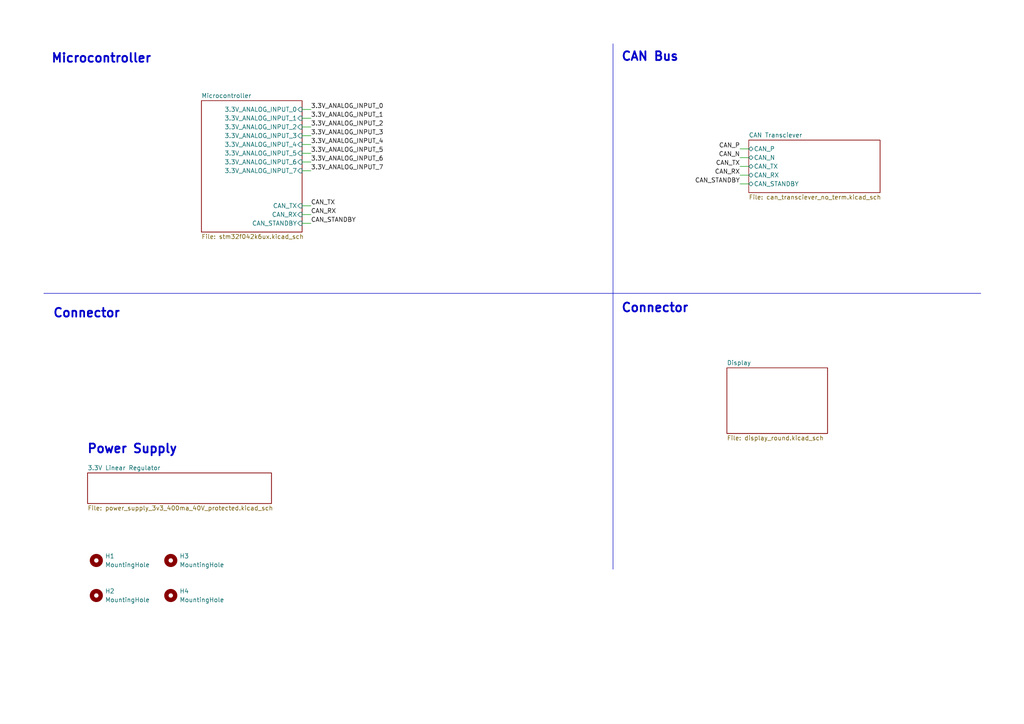
<source format=kicad_sch>
(kicad_sch (version 20250114) (generator "eeschema") (generator_version "9.0")
  (paper "A4")
  (title_block (title "CAN Gauge") (date "2025-07-28") (rev "1") (company "Brian Glen"))
  (lib_symbols
    (symbol "Mechanical:MountingHole" (pin_names (offset 1.016)) (in_bom no)
      (property "Reference" "H" (at 0 5.08 0))
      (property "Value" "MountingHole" (at 0 3.175 0))
      (symbol "MountingHole_0_1"
        (circle (center 0 0) (radius 1.27) (stroke (width 1.27)))
      )
    )
  )
  (rectangle (start 177.8 12.7) (end 177.8 165.1))
  (rectangle (start 12.7 85.09) (end 284.48 85.09))
  (text "Connector" (at 15.24 90.932 0) (effects (font (size 2.54 2.54) (thickness 0.508) (bold yes)) (justify left)))
  (text "Power Supply" (at 25.146 130.302 0) (effects (font (size 2.54 2.54) (thickness 0.508) (bold yes)) (justify left)))
  (text "CAN Bus" (at 180.086 16.51 0) (effects (font (size 2.54 2.54) (thickness 0.508) (bold yes)) (justify left)))
  (text "Microcontroller" (at 14.732 17.018 0) (effects (font (size 2.54 2.54) (thickness 0.508) (bold yes)) (justify left)))
  (text "Connector" (at 180.086 89.408 0) (effects (font (size 2.54 2.54) (thickness 0.508) (bold yes)) (justify left)))
  (wire (pts (xy 87.63 39.37) (xy 90.17 39.37)))
  (wire (pts (xy 87.63 34.29) (xy 90.17 34.29)))
  (wire (pts (xy 214.63 53.34) (xy 217.17 53.34)))
  (wire (pts (xy 87.63 31.75) (xy 90.17 31.75)))
  (wire (pts (xy 214.63 45.72) (xy 217.17 45.72)))
  (wire (pts (xy 87.63 64.77) (xy 90.17 64.77)))
  (wire (pts (xy 214.63 48.26) (xy 217.17 48.26)))
  (wire (pts (xy 87.63 59.69) (xy 90.17 59.69)))
  (wire (pts (xy 87.63 46.99) (xy 90.17 46.99)))
  (wire (pts (xy 87.63 62.23) (xy 90.17 62.23)))
  (wire (pts (xy 214.63 50.8) (xy 217.17 50.8)))
  (wire (pts (xy 87.63 36.83) (xy 90.17 36.83)))
  (wire (pts (xy 87.63 49.53) (xy 90.17 49.53)))
  (wire (pts (xy 87.63 41.91) (xy 90.17 41.91)))
  (wire (pts (xy 87.63 44.45) (xy 90.17 44.45)))
  (wire (pts (xy 214.63 43.18) (xy 217.17 43.18)))
  (label "CAN_STANDBY" (at 90.17 64.77 0))
  (label "3.3V_ANALOG_INPUT_6" (at 90.17 46.99 0))
  (label "CAN_RX" (at 214.63 50.8 180))
  (label "3.3V_ANALOG_INPUT_5" (at 90.17 44.45 0))
  (label "CAN_RX" (at 90.17 62.23 0))
  (label "3.3V_ANALOG_INPUT_4" (at 90.17 41.91 0))
  (label "CAN_STANDBY" (at 214.63 53.34 180))
  (label "3.3V_ANALOG_INPUT_0" (at 90.17 31.75 0))
  (label "3.3V_ANALOG_INPUT_1" (at 90.17 34.29 0))
  (label "CAN_TX" (at 214.63 48.26 180))
  (label "3.3V_ANALOG_INPUT_7" (at 90.17 49.53 0))
  (label "CAN_TX" (at 90.17 59.69 0))
  (label "3.3V_ANALOG_INPUT_3" (at 90.17 39.37 0))
  (label "3.3V_ANALOG_INPUT_2" (at 90.17 36.83 0))
  (label "CAN_P" (at 214.63 43.18 180))
  (label "CAN_N" (at 214.63 45.72 180))
  (symbol (lib_id "Mechanical:MountingHole") (at 49.53 172.72 0) (unit 1) (in_bom no)
    (property "Reference" "H4" (at 52.07 171.4499 0) (effects (justify left)))
    (property "Value" "MountingHole" (at 52.07 173.9899 0) (effects (justify left)))
    (property "Footprint" "MountingHole:MountingHole_3.2mm_M3" (effects (hide yes)))
    (property "Description" "Mounting Hole without connection" (effects (hide yes)))
  )
  (symbol (lib_id "Mechanical:MountingHole") (at 49.53 162.56 0) (unit 1) (in_bom no)
    (property "Reference" "H3" (at 52.07 161.2899 0) (effects (justify left)))
    (property "Value" "MountingHole" (at 52.07 163.8299 0) (effects (justify left)))
    (property "Footprint" "MountingHole:MountingHole_3.2mm_M3" (effects (hide yes)))
    (property "Description" "Mounting Hole without connection" (effects (hide yes)))
  )
  (symbol (lib_id "Mechanical:MountingHole") (at 27.94 162.56 0) (unit 1) (in_bom no)
    (property "Reference" "H1" (at 30.48 161.2899 0) (effects (justify left)))
    (property "Value" "MountingHole" (at 30.48 163.8299 0) (effects (justify left)))
    (property "Footprint" "MountingHole:MountingHole_3.2mm_M3" (effects (hide yes)))
    (property "Description" "Mounting Hole without connection" (effects (hide yes)))
  )
  (symbol (lib_id "Mechanical:MountingHole") (at 27.94 172.72 0) (unit 1) (in_bom no)
    (property "Reference" "H2" (at 30.48 171.4499 0) (effects (justify left)))
    (property "Value" "MountingHole" (at 30.48 173.9899 0) (effects (justify left)))
    (property "Footprint" "MountingHole:MountingHole_3.2mm_M3" (effects (hide yes)))
    (property "Description" "Mounting Hole without connection" (effects (hide yes)))
  )
  (sheet (at 25.4 137.16) (size 53.34 8.89) (stroke (width 0.1524))
    (property "Sheetname" "3.3V Linear Regulator" (at 25.4 136.4484 0) (effects (justify left bottom)))
    (property "Sheetfile" "power_supply_3v3_400ma_40V_protected.kicad_sch" (at 25.4 146.6346 0) (effects (justify left top)))
  )
  (sheet (at 217.17 40.64) (size 38.1 15.24) (stroke (width 0.1524))
    (property "Sheetname" "CAN Transciever" (at 217.17 39.9284 0) (effects (justify left bottom)))
    (property "Sheetfile" "can_transciever_no_term.kicad_sch" (at 217.17 56.4646 0) (effects (justify left top)))
    (pin "CAN_P" bidirectional (at 217.17 43.18 180))
    (pin "CAN_N" bidirectional (at 217.17 45.72 180))
    (pin "CAN_TX" bidirectional (at 217.17 48.26 180))
    (pin "CAN_STANDBY" bidirectional (at 217.17 53.34 180))
    (pin "CAN_RX" bidirectional (at 217.17 50.8 180))
  )
  (sheet (at 210.82 106.68) (size 29.21 19.05) (stroke (width 0.1524))
    (property "Sheetname" "Display" (at 210.82 105.9684 0) (effects (justify left bottom)))
    (property "Sheetfile" "display_round.kicad_sch" (at 210.82 126.3146 0) (effects (justify left top)))
  )
  (sheet (at 58.42 29.21) (size 29.21 38.1) (stroke (width 0.1524))
    (property "Sheetname" "Microcontroller" (at 58.42 28.4984 0) (effects (justify left bottom)))
    (property "Sheetfile" "stm32f042k6ux.kicad_sch" (at 58.42 67.8946 0) (effects (justify left top)))
    (pin "3.3V_ANALOG_INPUT_5" input (at 87.63 44.45 0))
    (pin "3.3V_ANALOG_INPUT_1" input (at 87.63 34.29 0))
    (pin "3.3V_ANALOG_INPUT_0" input (at 87.63 31.75 0))
    (pin "CAN_STANDBY" input (at 87.63 64.77 0))
    (pin "3.3V_ANALOG_INPUT_2" input (at 87.63 36.83 0))
    (pin "3.3V_ANALOG_INPUT_4" input (at 87.63 41.91 0))
    (pin "3.3V_ANALOG_INPUT_7" input (at 87.63 49.53 0))
    (pin "CAN_TX" input (at 87.63 59.69 0))
    (pin "CAN_RX" input (at 87.63 62.23 0))
    (pin "3.3V_ANALOG_INPUT_6" input (at 87.63 46.99 0))
    (pin "3.3V_ANALOG_INPUT_3" input (at 87.63 39.37 0))
  )
)
</source>
